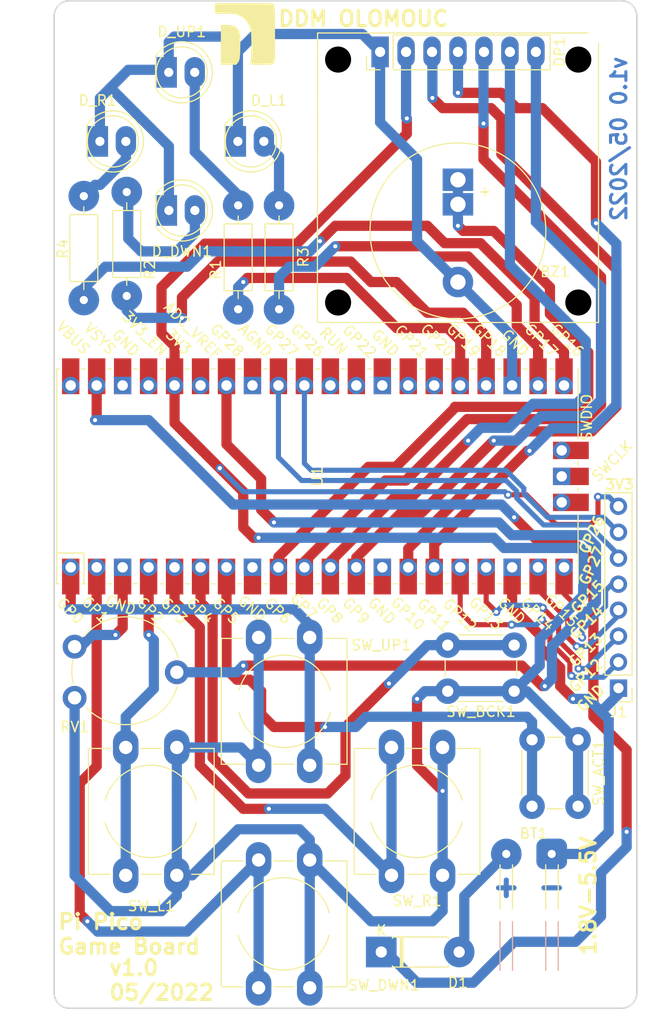
<source format=kicad_pcb>
(kicad_pcb (version 20211014) (generator pcbnew)
  (layers (0 "F.Cu" signal) (31 "B.Cu" signal) (34 "B.Paste" user) (35 "F.Paste" user) (36 "B.SilkS" user "B.Silkscreen") (37 "F.SilkS" user "F.Silkscreen") (38 "B.Mask" user) (39 "F.Mask" user) (44 "Edge.Cuts" user))
  (net 0 "")
  (net 1 "Net-(BZ1-Pad1)")
  (net 2 "GND")
  (net 3 "Net-(D_DWN1-Pad2)")
  (net 4 "Net-(D_L1-Pad2)")
  (net 5 "Net-(D_R1-Pad2)")
  (net 6 "Net-(D_UP1-Pad2)")
  (net 7 "Net-(R1-Pad2)")
  (net 8 "Net-(R2-Pad2)")
  (net 9 "Net-(R3-Pad2)")
  (net 10 "Net-(R4-Pad2)")
  (net 11 "Net-(RV1-Pad2)")
  (net 12 "Net-(SW_ACT1-Pad2)")
  (net 13 "Net-(SW_BCK1-Pad2)")
  (net 14 "Net-(SW_DWN1-Pad2)")
  (net 15 "Net-(SW_L1-Pad2)")
  (net 16 "Net-(SW_R1-Pad2)")
  (net 17 "Net-(SW_UP1-Pad2)")
  (net 18 "GP12")
  (net 20 "Net-(DP1-Pad7)")
  (net 21 "Net-(DP1-Pad6)")
  (net 22 "Net-(DP1-Pad5)")
  (net 23 "+3V3")
  (net 24 "Net-(DP1-Pad3)")
  (net 25 "Net-(DP1-Pad4)")
  (net 26 "GP13")
  (net 27 "GP14")
  (net 28 "GP15")
  (net 33 "GP27")
  (net 34 "GP26")
  (net 36 "VSYS")
  (net 40 "Net-(BT1-Pad1)")
  (footprint "Connector_PinHeader_2.54mm:PinHeader_1x08_P2.54mm_Vertical" (layer "F.Cu") (at 82.2 91.7 180)
    (fp_text reference "J1")
    (fp_text value "Conn_01x08")
  )
  (footprint "_Easy Solder:R_easy_L6.3mm_D2.5mm_P10.16mm_Horizontal_Big_Pads_Back" (layer "F.Cu") (at 29.9 43.6 -90)
    (fp_text reference "R4")
    (fp_text value "R")
  )
  (footprint "_Easy Solder:SW_PUSH-12mm_Omron_Back" (layer "F.Cu") (at 39 97.5 -90)
    (fp_text reference "SW_L1")
    (fp_text value "SW_Push")
  )
  (footprint "_Easy Solder:SW_PUSH-12mm_Omron_Back" (layer "F.Cu") (at 65 97.5 -90)
    (fp_text reference "SW_R1")
    (fp_text value "SW_Push")
  )
  (footprint "_Easy Solder:R_easy_L6.3mm_D2.5mm_P10.16mm_Horizontal_Big_Pads_Back" (layer "F.Cu") (at 34.1 43.2 -90)
    (fp_text reference "R2")
    (fp_text value "R")
  )
  (footprint "MountingHole:MountingHole_2.2mm_M2" (layer "F.Cu") (at 29.5 120.5)
    (fp_text reference "H1" hide)
    (fp_text value "MountingHole")
  )
  (footprint "MCU_RaspberryPi_and_Boards:RPi_Pico_SMD_TH" (layer "F.Cu") (at 52.75 71 90)
    (fp_text reference "U1")
    (fp_text value "Pico")
  )
  (footprint "_Easy Solder:SW_PUSH_6mm_Back" (layer "F.Cu") (at 78.25 96.75 -90)
    (fp_text reference "SW_ACT1")
    (fp_text value "SW_Push")
  )
  (footprint "_Easy Solder:D_DO-41_SOD81_P7.62mm_Horizontal_Big_Pads_Back" (layer "F.Cu") (at 59 117.5)
    (fp_text reference "D1")
    (fp_text value "D_Schottky")
  )
  (footprint "MountingHole:MountingHole_2.2mm_M2" (layer "F.Cu") (at 81.5 120.5)
    (fp_text reference "H2" hide)
    (fp_text value "MountingHole")
  )
  (footprint "logo:DDM_06_F.SilkS" (layer "F.Cu") (at 45.5 27.75)
    (fp_text reference "Ref**" hide)
    (fp_text value "Val**" hide)
  )
  (footprint "MountingHole:MountingHole_2.2mm_M2" (layer "F.Cu") (at 29.5 27)
    (fp_text reference "H4" hide)
    (fp_text value "MountingHole")
  )
  (footprint "_Easy Solder:SW_PUSH-12mm_Omron_Back" (layer "F.Cu") (at 47 99.24 90)
    (fp_text reference "SW_UP1")
    (fp_text value "SW_Push")
  )
  (footprint "MountingHole:MountingHole_2.2mm_M2" (layer "F.Cu") (at 81.5 27)
    (fp_text reference "H3" hide)
    (fp_text value "MountingHole")
  )
  (footprint "_Easy Solder:R_easy_L6.3mm_D2.5mm_P10.16mm_Horizontal_Big_Pads_Back" (layer "F.Cu") (at 49 44.5 -90)
    (fp_text reference "R3")
    (fp_text value "R")
  )
  (footprint "_Easy Solder:OLED_Display_Module" (layer "F.Cu") (at 74.125 29.5 -90)
    (fp_text reference "DP1")
    (fp_text value "OLED_SPI")
  )
  (footprint "_Easy Solder:SW_PUSH-12mm_Omron_Back" (layer "F.Cu") (at 52 108.5 -90)
    (fp_text reference "SW_DWN1")
    (fp_text value "SW_Push")
  )
  (footprint "_Easy Solder:Buzzer_15x7.5RM7.6_12.2mm_Big_Pads_Back" (layer "F.Cu") (at 66.5 43.2 -90)
    (fp_text reference "BZ1")
    (fp_text value "Buzzer")
  )
  (footprint "_Easy Solder:SW_PUSH_6mm_Back" (layer "F.Cu") (at 72 92 180)
    (fp_text reference "SW_BCK1")
    (fp_text value "SW_Push")
  )
  (footprint "_Easy Solder:LED_D5.0mm_Big_Pads_Back" (layer "F.Cu") (at 38.225 45)
    (fp_text reference "D_DWN1")
    (fp_text value "LED")
  )
  (footprint "_Easy Solder:LED_D5.0mm_Big_Pads_Back" (layer "F.Cu") (at 31.475 38.25)
    (fp_text reference "D_R1")
    (fp_text value "LED")
  )
  (footprint "_Easy Solder:R_easy_L6.3mm_D2.5mm_P10.16mm_Horizontal_Big_Pads_Back" (layer "F.Cu") (at 45 44.5 -90)
    (fp_text reference "R1")
    (fp_text value "R")
  )
  (footprint "_Easy Solder:BatteryWire-0.1sqmm_1x02_P3.6mm_D0.4mm_OD1mm_Relief2x_Back" (layer "F.Cu") (at 71.2275 107.9125)
    (fp_text reference "BT1")
    (fp_text value "Battery")
  )
  (footprint "Potentiometer_THT:Potentiometer_Piher_PT-10-V10_Vertical_Hole" (layer "F.Cu") (at 29 92.65)
    (fp_text reference "RV1")
    (fp_text value "R_Potentiometer")
  )
  (footprint "_Easy Solder:LED_D5.0mm_Big_Pads_Back" (layer "F.Cu") (at 44.975 38.25)
    (fp_text reference "D_L1")
    (fp_text value "LED")
  )
  (footprint "_Easy Solder:LED_D5.0mm_Big_Pads_Back" (layer "F.Cu") (at 38.21 31.5)
    (fp_text reference "D_UP1")
    (fp_text value "LED")
  )
  (gr_line (start 28.5 123) (end 82.5 123) (layer "Edge.Cuts") (width 0.15))
  (gr_line (start 27 26) (end 27 121.5) (layer "Edge.Cuts") (width 0.15))
  (gr_arc (start 28.5 123) (mid 27.43934 122.56066) (end 27 121.5) (layer "Edge.Cuts") (width 0.15))
  (gr_arc (start 82.5 24.5) (mid 83.56066 24.93934) (end 84 26) (layer "Edge.Cuts") (width 0.15))
  (gr_line (start 84 121.5) (end 84 26) (layer "Edge.Cuts") (width 0.15))
  (gr_line (start 82.5 24.5) (end 28.5 24.5) (layer "Edge.Cuts") (width 0.15))
  (gr_arc (start 27 26) (mid 27.43934 24.93934) (end 28.5 24.5) (layer "Edge.Cuts") (width 0.15))
  (gr_arc (start 84 121.5) (mid 83.56066 122.56066) (end 82.5 123) (layer "Edge.Cuts") (width 0.15))
  (gr_text "v1.0 05/2022" (at 82.25 38 90) (layer "B.Cu") (effects (font (size 1.5 1.5) (thickness 0.3)) (justify mirror)))
  (gr_text "GP14" (at 79.1 85.3 45) (layer "F.SilkS") (effects (font (size 1 1) (thickness 0.2))))
  (gr_text "1.8V-5.5V" (at 79.25 112 90) (layer "F.SilkS") (effects (font (size 1.5 1.5) (thickness 0.3))))
  (gr_text "Pi Pico\nGame Board" (at 27.25 115.75) (layer "F.SilkS") (effects (font (size 1.5 1.5) (thickness 0.3)) (justify left)))
  (gr_text "GP12" (at 79 90.5 45) (layer "F.SilkS") (effects (font (size 1 1) (thickness 0.2))))
  (gr_text "GP13" (at 79 88 45) (layer "F.SilkS") (effects (font (size 1 1) (thickness 0.2))))
  (gr_text "GND" (at 79.5 92.7 45) (layer "F.SilkS") (effects (font (size 1 1) (thickness 0.2))))
  (gr_text "DDM OLOMOUC" (at 57.25 26.25) (layer "F.SilkS") (effects (font (size 1.5 1.5) (thickness 0.3))))
  (gr_text "GP15" (at 79.2 82.8 45) (layer "F.SilkS") (effects (font (size 1 1) (thickness 0.2))))
  (gr_text "GP26" (at 79.6 76.7 65) (layer "F.SilkS") (effects (font (size 1 1) (thickness 0.2))))
  (gr_text "3V3" (at 82.3 71.8) (layer "F.SilkS") (effects (font (size 1 1) (thickness 0.2))))
  (gr_text "GP27" (at 79.6 79.75 65) (layer "F.SilkS") (effects (font (size 1 1) (thickness 0.2))))
  (gr_text "v1.0\n05/2022" (at 32.25 120.25) (layer "F.SilkS") (effects (font (size 1.5 1.5) (thickness 0.3)) (justify left)))
  (segment (start 60.43604 70.06396) (end 57.75 70.06396) (width 1) (layer "F.Cu") (net 1))
  (segment (start 79.25 58.875) (end 79.25 63.25) (width 1) (layer "F.Cu") (net 1))
  (segment (start 48.94 78.87396) (end 48.94 79.89) (width 1) (layer "F.Cu") (net 1))
  (segment (start 75.5 52.5) (end 75.5 55.125) (width 1) (layer "F.Cu") (net 1))
  (segment (start 78.3 64.2) (end 66.2 64.2) (width 1) (layer "F.Cu") (net 1))
  (segment (start 66.5 46.5) (end 67 47) (width 1) (layer "F.Cu") (net 1))
  (segment (start 66.2 64.3) (end 60.43604 70.06396) (width 1) (layer "F.Cu") (net 1))
  (segment (start 70 47) (end 75.5 52.5) (width 1) (layer "F.Cu") (net 1))
  (segment (start 67 47) (end 70 47) (width 1) (layer "F.Cu") (net 1))
  (segment (start 75.5 55.125) (end 79.25 58.875) (width 1) (layer "F.Cu") (net 1))
  (segment (start 79.25 63.25) (end 78.3 64.2) (width 1) (layer "F.Cu") (net 1))
  (segment (start 57.75 70.06396) (end 48.94 78.87396) (width 1) (layer "F.Cu") (net 1))
  (segment (start 66.2 64.2) (end 66.2 64.3) (width 1) (layer "F.Cu") (net 1))
  (via (at 66.5 46.5) (size 0.8) (drill 0.4) (layers "F.Cu" "B.Cu") (net 1))
  (segment (start 66.5 44.4) (end 66.5 42) (width 1) (layer "B.Cu") (net 1))
  (segment (start 66.5 46.5) (end 66.5 44.4) (width 1) (layer "B.Cu") (net 1))
  (segment (start 74.55048 86.55048) (end 71.8 83.8) (width 1) (layer "F.Cu") (net 2))
  (segment (start 77.75 92.75) (end 76.5 91.5) (width 1) (layer "F.Cu") (net 2))
  (segment (start 33.7 79.89) (end 33.7 85.8) (width 1) (layer "F.Cu") (net 2))
  (segment (start 76.5 89.7) (end 74.55048 87.75048) (width 1) (layer "F.Cu") (net 2))
  (segment (start 76.5 91.5) (end 76.5 89.7) (width 1) (layer "F.Cu") (net 2))
  (segment (start 33.7 85.8) (end 33 86.5) (width 1) (layer "F.Cu") (net 2))
  (segment (start 74.55048 87.75048) (end 74.55048 86.55048) (width 1) (layer "F.Cu") (net 2))
  (segment (start 71.8 83.8) (end 71.8 79.89) (width 1) (layer "F.Cu") (net 2))
  (via (at 33 86.5) (size 0.8) (drill 0.4) (layers "F.Cu" "B.Cu") (net 2))
  (via (at 77.75 92.75) (size 0.8) (drill 0.4) (layers "F.Cu" "B.Cu") (net 2))
  (segment (start 44.975 38.25) (end 44.975 29.475) (width 1) (layer "B.Cu") (net 2))
  (segment (start 34.25 31.25) (end 37.96 31.25) (width 1) (layer "B.Cu") (net 2))
  (segment (start 80.5 94) (end 82.2 92.3) (width 1) (layer "B.Cu") (net 2))
  (segment (start 46.7 27.75) (end 44.975 29.475) (width 1) (layer "B.Cu") (net 2))
  (segment (start 77.75 92.75) (end 79.25 92.75) (width 1) (layer "B.Cu") (net 2))
  (segment (start 29.6 87.65) (end 30.75 86.5) (width 1) (layer "B.Cu") (net 2))
  (segment (start 32.5 33) (end 34.25 31.25) (width 1) (layer "B.Cu") (net 2))
  (segment (start 66.5 52) (end 71.8 57.3) (width 1) (layer "B.Cu") (net 2))
  (segment (start 38.225 45) (end 38.225 38.725) (width 1) (layer "B.Cu") (net 2))
  (segment (start 31.475 38.25) (end 31.475 34.025) (width 1) (layer "B.Cu") (net 2))
  (segment (start 31.475 34.025) (end 32.5 33) (width 1) (layer "B.Cu") (net 2))
  (segment (start 38.75 28) (end 38.21 28.54) (width 1) (layer "B.Cu") (net 2))
  (segment (start 81.25 105.75) (end 79.0875 107.9125) (width 1) (layer "B.Cu") (net 2))
  (segment (start 38.21 28.54) (end 38.21 31.5) (width 1) (layer "B.Cu") (net 2))
  (segment (start 29 87.65) (end 29.6 87.65) (width 1) (layer "B.Cu") (net 2))
  (segment (start 37.96 31.25) (end 38.21 31.5) (width 1) (layer "B.Cu") (net 2))
  (segment (start 43.5 28) (end 38.75 28) (width 1) (layer "B.Cu") (net 2))
  (segment (start 80.5 94) (end 81.25 94.75) (width 1) (layer "B.Cu") (net 2))
  (segment (start 81.25 94.75) (end 81.25 105.75) (width 1) (layer "B.Cu") (net 2))
  (segment (start 71.8 57.3) (end 71.8 62.11) (width 1) (layer "B.Cu") (net 2))
  (segment (start 79.25 92.75) (end 80.5 94) (width 1) (layer "B.Cu") (net 2))
  (segment (start 82.2 92.3) (end 82.2 91.7) (width 1) (layer "B.Cu") (net 2))
  (segment (start 44.975 29.475) (end 43.5 28) (width 1) (layer "B.Cu") (net 2))
  (segment (start 58.885 29.5) (end 57.135 27.75) (width 1) (layer "B.Cu") (net 2))
  (segment (start 58.885 36.385) (end 58.885 29.5) (width 1) (layer "B.Cu") (net 2))
  (segment (start 57.135 27.75) (end 46.7 27.75) (width 1) (layer "B.Cu") (net 2))
  (segment (start 66.5 52) (end 62.5 48) (width 1) (layer "B.Cu") (net 2))
  (segment (start 79.0875 107.9125) (end 75.6725 107.9125) (width 1) (layer "B.Cu") (net 2))
  (segment (start 38.225 38.725) (end 32.5 33) (width 1) (layer "B.Cu") (net 2))
  (segment (start 62.5 40) (end 58.885 36.385) (width 1) (layer "B.Cu") (net 2))
  (segment (start 30.75 86.5) (end 33 86.5) (width 1) (layer "B.Cu") (net 2))
  (segment (start 62.5 48) (end 62.5 40) (width 1) (layer "B.Cu") (net 2))
  (segment (start 34.25 47.75) (end 34.25 43.35) (width 1) (layer "B.Cu") (net 3))
  (segment (start 40.765 45) (end 40.765 47.235) (width 1) (layer "B.Cu") (net 3))
  (segment (start 35.5 49) (end 34.25 47.75) (width 1) (layer "B.Cu") (net 3))
  (segment (start 40.765 47.235) (end 39 49) (width 1) (layer "B.Cu") (net 3))
  (segment (start 34.25 43.35) (end 34.1 43.2) (width 1) (layer "B.Cu") (net 3))
  (segment (start 39 49) (end 35.5 49) (width 1) (layer "B.Cu") (net 3))
  (segment (start 49 39.735) (end 47.515 38.25) (width 1) (layer "B.Cu") (net 4))
  (segment (start 49 44.5) (end 49 39.735) (width 1) (layer "B.Cu") (net 4))
  (segment (start 31.5 42.5) (end 34.015 39.985) (width 1) (layer "B.Cu") (net 5))
  (segment (start 34.015 39.985) (end 34.015 38.25) (width 1) (layer "B.Cu") (net 5))
  (segment (start 31 42.5) (end 31.5 42.5) (width 1) (layer "B.Cu") (net 5))
  (segment (start 29.9 43.6) (end 31 42.5) (width 1) (layer "B.Cu") (net 5))
  (segment (start 45 43.5) (end 45 44.5) (width 1) (layer "B.Cu") (net 6))
  (segment (start 40.75 31.5) (end 40.75 39.25) (width 1) (layer "B.Cu") (net 6))
  (segment (start 40.75 39.25) (end 45 43.5) (width 1) (layer "B.Cu") (net 6))
  (segment (start 55.6 51.6) (end 45.9 51.6) (width 1) (layer "F.Cu") (net 7))
  (segment (start 45.9 51.6) (end 45.5 52) (width 1) (layer "F.Cu") (net 7))
  (segment (start 66.72 62.11) (end 66.72 57.72) (width 1) (layer "F.Cu") (net 7))
  (segment (start 60.5 56.5) (end 55.6 51.6) (width 1) (layer "F.Cu") (net 7))
  (segment (start 66.72 57.72) (end 65.5 56.5) (width 1) (layer "F.Cu") (net 7))
  (segment (start 65.5 56.5) (end 60.5 56.5) (width 1) (layer "F.Cu") (net 7))
  (via (at 45.5 52) (size 0.8) (drill 0.4) (layers "F.Cu" "B.Cu") (net 7))
  (segment (start 45 54.66) (end 45 52.5) (width 1) (layer "B.Cu") (net 7))
  (segment (start 45 52.5) (end 45.5 52) (width 1) (layer "B.Cu") (net 7))
  (segment (start 56 50) (end 43 50) (width 1) (layer "F.Cu") (net 8))
  (segment (start 67 55) (end 63.5 55) (width 1) (layer "F.Cu") (net 8))
  (segment (start 58 52) (end 56 50) (width 1) (layer "F.Cu") (net 8))
  (segment (start 39.5 53.5) (end 39.5 55.5) (width 1) (layer "F.Cu") (net 8))
  (segment (start 43 50) (end 39.5 53.5) (width 1) (layer "F.Cu") (net 8))
  (segment (start 60.5 52) (end 58 52) (width 1) (layer "F.Cu") (net 8))
  (segment (start 63.5 55) (end 60.5 52) (width 1) (layer "F.Cu") (net 8))
  (segment (start 69.26 57.26) (end 67 55) (width 1) (layer "F.Cu") (net 8))
  (segment (start 69.26 62.11) (end 69.26 57.26) (width 1) (layer "F.Cu") (net 8))
  (via (at 39.5 55.5) (size 0.8) (drill 0.4) (layers "F.Cu" "B.Cu") (net 8))
  (segment (start 34.1 54.76) (end 34.84 55.5) (width 1) (layer "B.Cu") (net 8))
  (segment (start 34.84 55.5) (end 39.5 55.5) (width 1) (layer "B.Cu") (net 8))
  (segment (start 34.1 53.36) (end 34.1 54.76) (width 1) (layer "B.Cu") (net 8))
  (segment (start 54.5 48.5) (end 63 48.5) (width 1) (layer "F.Cu") (net 9))
  (segment (start 64 49.5) (end 67.5 49.5) (width 1) (layer "F.Cu") (net 9))
  (segment (start 74.34 58.34) (end 74.34 62.11) (width 1) (layer "F.Cu") (net 9))
  (segment (start 72.25 56.25) (end 74.34 58.34) (width 1) (layer "F.Cu") (net 9))
  (segment (start 72.25 54.25) (end 72.25 56.25) (width 1) (layer "F.Cu") (net 9))
  (segment (start 63 48.5) (end 64 49.5) (width 1) (layer "F.Cu") (net 9))
  (segment (start 67.5 49.5) (end 72.25 54.25) (width 1) (layer "F.Cu") (net 9))
  (via (at 54.5 48.5) (size 0.8) (drill 0.4) (layers "F.Cu" "B.Cu") (net 9))
  (segment (start 49 51.5) (end 49 54.66) (width 1) (layer "B.Cu") (net 9))
  (segment (start 54.5 48.5) (end 52.5 50.5) (width 1) (layer "B.Cu") (net 9))
  (segment (start 50 50.5) (end 49 51.5) (width 1) (layer "B.Cu") (net 9))
  (segment (start 52.5 50.5) (end 50 50.5) (width 1) (layer "B.Cu") (net 9))
  (segment (start 74 56) (end 76.88 58.88) (width 1) (layer "F.Cu") (net 10))
  (segment (start 65.19952 48.19952) (end 68.69952 48.19952) (width 1) (layer "F.Cu") (net 10))
  (segment (start 74 53.5) (end 74 56) (width 1) (layer "F.Cu") (net 10))
  (segment (start 63.5 46.5) (end 65.19952 48.19952) (width 1) (layer "F.Cu") (net 10))
  (segment (start 76.88 58.88) (end 76.88 62.11) (width 1) (layer "F.Cu") (net 10))
  (segment (start 53 48) (end 54.5 46.5) (width 1) (layer "F.Cu") (net 10))
  (segment (start 68.69952 48.19952) (end 74 53.5) (width 1) (layer "F.Cu") (net 10))
  (segment (start 54.5 46.5) (end 63.5 46.5) (width 1) (layer "F.Cu") (net 10))
  (via (at 53 48) (size 0.8) (drill 0.4) (layers "F.Cu" "B.Cu") (net 10))
  (segment (start 41.5 49) (end 40 50.5) (width 1) (layer "B.Cu") (net 10))
  (segment (start 40 50.5) (end 32 50.5) (width 1) (layer "B.Cu") (net 10))
  (segment (start 52 49) (end 41.5 49) (width 1) (layer "B.Cu") (net 10))
  (segment (start 29.9 52.6) (end 29.9 53.76) (width 1) (layer "B.Cu") (net 10))
  (segment (start 53 48) (end 52 49) (width 1) (layer "B.Cu") (net 10))
  (segment (start 32 50.5) (end 29.9 52.6) (width 1) (layer "B.Cu") (net 10))
  (segment (start 74.75 91.5) (end 72.75 89.5) (width 1) (layer "F.Cu") (net 11))
  (segment (start 47.25 74.25) (end 48.5 75.5) (width 1) (layer "F.Cu") (net 11))
  (segment (start 72.75 89.5) (end 45.5 89.5) (width 1) (layer "F.Cu") (net 11))
  (segment (start 43.86 62.11) (end 43.86 67.86) (width 1) (layer "F.Cu") (net 11))
  (segment (start 47.25 71.25) (end 47.25 74.25) (width 1) (layer "F.Cu") (net 11))
  (segment (start 43.86 67.86) (end 47.25 71.25) (width 1) (layer "F.Cu") (net 11))
  (segment (start 75 91.5) (end 74.75 91.5) (width 1) (layer "F.Cu") (net 11))
  (via (at 48.5 75.5) (size 0.8) (drill 0.4) (layers "F.Cu" "B.Cu") (net 11))
  (via (at 75 91.5) (size 0.8) (drill 0.4) (layers "F.Cu" "B.Cu") (net 11))
  (via (at 45.5 89.5) (size 0.8) (drill 0.4) (layers "F.Cu" "B.Cu") (net 11))
  (segment (start 78.946378 76.75) (end 71.75 76.75) (width 1) (layer "B.Cu") (net 11))
  (segment (start 75.69952 90.80048) (end 75.69952 87.60048) (width 1) (layer "B.Cu") (net 11))
  (segment (start 80 77.803622) (end 78.946378 76.75) (width 1) (layer "B.Cu") (net 11))
  (segment (start 75 91.5) (end 75.69952 90.80048) (width 1) (layer "B.Cu") (net 11))
  (segment (start 75.69952 87.60048) (end 80 83.3) (width 1) (layer "B.Cu") (net 11))
  (segment (start 39 90.15) (end 44.85 90.15) (width 1) (layer "B.Cu") (net 11))
  (segment (start 44.85 90.15) (end 45.5 89.5) (width 1) (layer "B.Cu") (net 11))
  (segment (start 70.5 75.5) (end 48.5 75.5) (width 1) (layer "B.Cu") (net 11))
  (segment (start 71.75 76.75) (end 70.5 75.5) (width 1) (layer "B.Cu") (net 11))
  (segment (start 80 83.3) (end 80 77.803622) (width 1) (layer "B.Cu") (net 11))
  (segment (start 44.875 90.875) (end 46.125 90.875) (width 1) (layer "F.Cu") (net 12))
  (segment (start 43.86 79.89) (end 43.86 89.86) (width 1) (layer "F.Cu") (net 12))
  (segment (start 43.86 89.86) (end 44.875 90.875) (width 1) (layer "F.Cu") (net 12))
  (segment (start 48.5 95.5) (end 53.5 95.5) (width 1) (layer "F.Cu") (net 12))
  (segment (start 46.125 90.875) (end 47.25 92) (width 1) (layer "F.Cu") (net 12))
  (segment (start 47.25 92) (end 47.25 94.25) (width 1) (layer "F.Cu") (net 12))
  (segment (start 47.25 94.25) (end 48.5 95.5) (width 1) (layer "F.Cu") (net 12))
  (via (at 53.5 95.5) (size 0.8) (drill 0.4) (layers "F.Cu" "B.Cu") (net 12))
  (segment (start 73.75 96.75) (end 73.75 103.25) (width 1) (layer "B.Cu") (net 12))
  (segment (start 56.5 95.5) (end 53.5 95.5) (width 1) (layer "B.Cu") (net 12))
  (segment (start 73.75 95) (end 73.25 94.5) (width 1) (layer "B.Cu") (net 12))
  (segment (start 73.75 96.75) (end 73.75 95) (width 1) (layer "B.Cu") (net 12))
  (segment (start 57.5 94.5) (end 56.5 95.5) (width 1) (layer "B.Cu") (net 12))
  (segment (start 73.25 94.5) (end 57.5 94.5) (width 1) (layer "B.Cu") (net 12))
  (segment (start 46 102) (end 42.5 98.5) (width 1) (layer "F.Cu") (net 13))
  (segment (start 59.75 91.25) (end 55.5 95.5) (width 1) (layer "F.Cu") (net 13))
  (segment (start 53.75 102) (end 46 102) (width 1) (layer "F.Cu") (net 13))
  (segment (start 42.5 98.5) (end 42.5 84.5) (width 1) (layer "F.Cu") (net 13))
  (segment (start 41.32 83.32) (end 41.32 79.89) (width 1) (layer "F.Cu") (net 13))
  (segment (start 55.5 100.25) (end 53.75 102) (width 1) (layer "F.Cu") (net 13))
  (segment (start 55.5 95.5) (end 55.5 100.25) (width 1) (layer "F.Cu") (net 13))
  (segment (start 42.5 84.5) (end 41.32 83.32) (width 1) (layer "F.Cu") (net 13))
  (via (at 59.75 91.25) (size 0.8) (drill 0.4) (layers "F.Cu" "B.Cu") (net 13))
  (segment (start 65.5 87.5) (end 72 87.5) (width 1) (layer "B.Cu") (net 13))
  (segment (start 59.75 91.25) (end 63.5 87.5) (width 1) (layer "B.Cu") (net 13))
  (segment (start 63.5 87.5) (end 65.5 87.5) (width 1) (layer "B.Cu") (net 13))
  (segment (start 29.5 113.75) (end 29.5 101) (width 1) (layer "F.Cu") (net 14))
  (segment (start 30.25 114.5) (end 29.5 113.75) (width 1) (layer "F.Cu") (net 14))
  (segment (start 31.16 99.34) (end 31.16 79.89) (width 1) (layer "F.Cu") (net 14))
  (segment (start 29.5 101) (end 31.16 99.34) (width 1) (layer "F.Cu") (net 14))
  (via (at 30.25 114.5) (size 0.8) (drill 0.4) (layers "F.Cu" "B.Cu") (net 14))
  (segment (start 30.25 114.5) (end 31.25 115.5) (width 1) (layer "B.Cu") (net 14))
  (segment (start 47 121) (end 47 108.5) (width 1) (layer "B.Cu") (net 14))
  (segment (start 31.25 115.5) (end 40 115.5) (width 1) (layer "B.Cu") (net 14))
  (segment (start 40 115.5) (end 47 108.5) (width 1) (layer "B.Cu") (net 14))
  (segment (start 36.24 86.49) (end 36.24 79.89) (width 1) (layer "F.Cu") (net 15))
  (segment (start 36.25 86.5) (end 36.24 86.49) (width 1) (layer "F.Cu") (net 15))
  (via (at 36.25 86.5) (size 0.8) (drill 0.4) (layers "F.Cu" "B.Cu") (net 15))
  (segment (start 36.25 86.5) (end 36.75 87) (width 1) (layer "B.Cu") (net 15))
  (segment (start 34 94.5) (end 34 97.5) (width 1) (layer "B.Cu") (net 15))
  (segment (start 34 110) (end 34 97.5) (width 1) (layer "B.Cu") (net 15))
  (segment (start 36.75 91.75) (end 34 94.5) (width 1) (layer "B.Cu") (net 15))
  (segment (start 36.75 87) (end 36.75 91.75) (width 1) (layer "B.Cu") (net 15))
  (segment (start 41.25 99.25) (end 45.5 103.5) (width 1) (layer "F.Cu") (net 16))
  (segment (start 38.78 79.89) (end 38.78 83.28) (width 1) (layer "F.Cu") (net 16))
  (segment (start 45.5 103.5) (end 48 103.5) (width 1) (layer "F.Cu") (net 16))
  (segment (start 41.25 85.75) (end 41.25 99.25) (width 1) (layer "F.Cu") (net 16))
  (segment (start 38.78 83.28) (end 41.25 85.75) (width 1) (layer "F.Cu") (net 16))
  (via (at 48 103.5) (size 0.8) (drill 0.4) (layers "F.Cu" "B.Cu") (net 16))
  (segment (start 48 103.5) (end 53.5 103.5) (width 1) (layer "B.Cu") (net 16))
  (segment (start 60 110) (end 60 97.5) (width 1) (layer "B.Cu") (net 16))
  (segment (start 53.5 103.5) (end 60 110) (width 1) (layer "B.Cu") (net 16))
  (segment (start 28.62 83.88) (end 28.62 79.89) (width 1) (layer "F.Cu") (net 17))
  (segment (start 28.5 84) (end 28.62 83.88) (width 1) (layer "F.Cu") (net 17))
  (via (at 28.5 84) (size 0.8) (drill 0.4) (layers "F.Cu" "B.Cu") (net 17))
  (segment (start 52 99.24) (end 52 86.74) (width 1) (layer "B.Cu") (net 17))
  (segment (start 52 85.5) (end 52 86.74) (width 1) (layer "B.Cu") (net 17))
  (segment (start 28.5 84) (end 50.5 84) (width 1) (layer "B.Cu") (net 17))
  (segment (start 50.5 84) (end 52 85.5) (width 1) (layer "B.Cu") (net 17))
  (segment (start 67.94 85.5) (end 66.72 84.28) (width 0.5) (layer "F.Cu") (net 18))
  (segment (start 77.44952 89.14952) (end 75.5 87.2) (width 0.5) (layer "F.Cu") (net 18))
  (segment (start 77.44952 90.35002) (end 77.44952 89.14952) (width 0.5) (layer "F.Cu") (net 18))
  (segment (start 77.5995 90.5) (end 77.44952 90.35002) (width 0.5) (layer "F.Cu") (net 18))
  (segment (start 66.72 79.89) (end 66.72 84.28) (width 0.5) (layer "F.Cu") (net 18))
  (segment (start 75.5 85.8) (end 74.7 85) (width 0.5) (layer "F.Cu") (net 18))
  (segment (start 75.5 87.2) (end 75.5 85.8) (width 0.5) (layer "F.Cu") (net 18))
  (segment (start 71.75 85.5) (end 67.94 85.5) (width 0.5) (layer "F.Cu") (net 18))
  (via (at 74.7 85) (size 0.8) (drill 0.4) (layers "F.Cu" "B.Cu") (net 18))
  (via (at 71.75 85.5) (size 0.8) (drill 0.4) (layers "F.Cu" "B.Cu") (net 18))
  (via (at 77.5995 90.5) (size 0.8) (drill 0.4) (layers "F.Cu" "B.Cu") (net 18))
  (segment (start 74.2 85.5) (end 71.75 85.5) (width 0.5) (layer "B.Cu") (net 18))
  (segment (start 74.7 85) (end 74.2 85.5) (width 0.5) (layer "B.Cu") (net 18))
  (segment (start 80.724771 90.635229) (end 82.2 89.16) (width 0.5) (layer "B.Cu") (net 18))
  (segment (start 77.5995 90.5) (end 77.734729 90.635229) (width 0.5) (layer "B.Cu") (net 18))
  (segment (start 77.734729 90.635229) (end 80.724771 90.635229) (width 0.5) (layer "B.Cu") (net 18))
  (segment (start 56.56 78.94) (end 56.56 79.89) (width 1) (layer "F.Cu") (net 20))
  (segment (start 63 74.5) (end 61 74.5) (width 1) (layer "F.Cu") (net 20))
  (segment (start 61 74.5) (end 56.56 78.94) (width 1) (layer "F.Cu") (net 20))
  (segment (start 70 67.5) (end 63 74.5) (width 1) (layer "F.Cu") (net 20))
  (via (at 70 67.5) (size 0.8) (drill 0.4) (layers "F.Cu" "B.Cu") (net 20))
  (segment (start 74.65 65.1) (end 78.9 65.1) (width 1) (layer "B.Cu") (net 20))
  (segment (start 72.25 67.5) (end 74.65 65.1) (width 1) (layer "B.Cu") (net 20))
  (segment (start 70 67.5) (end 72.25 67.5) (width 1) (layer "B.Cu") (net 20))
  (segment (start 80.5 52.5) (end 74.125 46.125) (width 1) (layer "B.Cu") (net 20))
  (segment (start 80.5 63.5) (end 80.5 52.5) (width 1) (layer "B.Cu") (net 20))
  (segment (start 78.9 65.1) (end 80.5 63.5) (width 1) (layer "B.Cu") (net 20))
  (segment (start 74.125 46.125) (end 74.125 29.5) (width 1) (layer "B.Cu") (net 20))
  (segment (start 60.350978 73) (end 54.02 79.330978) (width 1) (layer "F.Cu") (net 21))
  (segment (start 62 73) (end 60.350978 73) (width 1) (layer "F.Cu") (net 21))
  (segment (start 67.5 67.5) (end 62 73) (width 1) (layer "F.Cu") (net 21))
  (via (at 67.5 67.5) (size 0.8) (drill 0.4) (layers "F.Cu" "B.Cu") (net 21))
  (segment (start 79 57.743106) (end 71.585 50.328106) (width 1) (layer "B.Cu") (net 21))
  (segment (start 68.75 66.25) (end 71.5 66.25) (width 1) (layer "B.Cu") (net 21))
  (segment (start 78.1 63.9) (end 79 63) (width 1) (layer "B.Cu") (net 21))
  (segment (start 71.585 50.328106) (end 71.585 29.5) (width 1) (layer "B.Cu") (net 21))
  (segment (start 79 63) (end 79 57.743106) (width 1) (layer "B.Cu") (net 21))
  (segment (start 71.5 66.25) (end 73.85 63.9) (width 1) (layer "B.Cu") (net 21))
  (segment (start 73.85 63.9) (end 78.1 63.9) (width 1) (layer "B.Cu") (net 21))
  (segment (start 67.5 67.5) (end 68.75 66.25) (width 1) (layer "B.Cu") (net 21))
  (segment (start 67.39952 65.39952) (end 79.10048 65.39952) (width 1) (layer "F.Cu") (net 22))
  (segment (start 79.10048 65.39952) (end 80.5 64) (width 1) (layer "F.Cu") (net 22))
  (segment (start 51.48 79.330978) (end 59.405489 71.405489) (width 1) (layer "F.Cu") (net 22))
  (segment (start 59.405489 71.405489) (end 61.393551 71.405489) (width 1) (layer "F.Cu") (net 22))
  (segment (start 69 40) (end 69 36.5) (width 1) (layer "F.Cu") (net 22))
  (segment (start 80.5 64) (end 80.5 51.5) (width 1) (layer "F.Cu") (net 22))
  (segment (start 80.5 51.5) (end 69 40) (width 1) (layer "F.Cu") (net 22))
  (segment (start 61.393551 71.405489) (end 67.39952 65.39952) (width 1) (layer "F.Cu") (net 22))
  (via (at 69 36.5) (size 0.8) (drill 0.4) (layers "F.Cu" "B.Cu") (net 22))
  (segment (start 69 36.5) (end 69 29.545) (width 1) (layer "B.Cu") (net 22))
  (segment (start 69 29.545) (end 69.045 29.5) (width 1) (layer "B.Cu") (net 22))
  (segment (start 62.5 92.75) (end 62.5 99.25) (width 1) (layer "F.Cu") (net 23))
  (segment (start 61.5 36) (end 61.5 37.5) (width 1) (layer "F.Cu") (net 23))
  (segment (start 41.75 48.25) (end 37.5 52.5) (width 1) (layer "F.Cu") (net 23))
  (segment (start 46.5 77) (end 47 77) (width 1) (layer "F.Cu") (net 23))
  (segment (start 61.5 37.5) (end 50.75 48.25) (width 1) (layer "F.Cu") (net 23))
  (segment (start 38.78 58.28) (end 38.78 62.11) (width 1) (layer "F.Cu") (net 23))
  (segment (start 73.2 72.8) (end 71.4 72.8) (width 0.5) (layer "F.Cu") (net 23))
  (segment (start 45.5 72.5) (end 45.5 76) (width 1) (layer "F.Cu") (net 23))
  (segment (start 62.5 99.25) (end 65 101.75) (width 1) (layer "F.Cu") (net 23))
  (segment (start 37.5 52.5) (end 37.5 57) (width 1) (layer "F.Cu") (net 23))
  (segment (start 80.2 75) (end 79.5 75.7) (width 0.5) (layer "F.Cu") (net 23))
  (segment (start 45.5 76) (end 46.5 77) (width 1) (layer "F.Cu") (net 23))
  (segment (start 79.5 75.7) (end 76.1 75.7) (width 0.5) (layer "F.Cu") (net 23))
  (segment (start 50.75 48.25) (end 41.75 48.25) (width 1) (layer "F.Cu") (net 23))
  (segment (start 38.78 62.11) (end 38.78 65.78) (width 1) (layer "F.Cu") (net 23))
  (segment (start 38.78 65.78) (end 45.5 72.5) (width 1) (layer "F.Cu") (net 23))
  (segment (start 76.1 75.7) (end 73.2 72.8) (width 0.5) (layer "F.Cu") (net 23))
  (segment (start 80.2 73) (end 80.2 75) (width 0.5) (layer "F.Cu") (net 23))
  (segment (start 37.5 57) (end 38.78 58.28) (width 1) (layer "F.Cu") (net 23))
  (via (at 47 77) (size 0.8) (drill 0.4) (layers "F.Cu" "B.Cu") (net 23))
  (via (at 80.2 73) (size 0.8) (drill 0.4) (layers "F.Cu" "B.Cu") (net 23))
  (via (at 65 101.75) (size 0.8) (drill 0.4) (layers "F.Cu" "B.Cu") (net 23))
  (via (at 71.4 72.8) (size 0.8) (drill 0.4) (layers "F.Cu" "B.Cu") (net 23))
  (via (at 62.5 92.75) (size 0.8) (drill 0.4) (layers "F.Cu" "B.Cu") (net 23))
  (via (at 43.2 70.2) (size 0.8) (drill 0.4) (layers "F.Cu" "B.Cu") (net 23))
  (via (at 61.5 36) (size 0.8) (drill 0.4) (layers "F.Cu" "B.Cu") (net 23))
  (segment (start 78.75 82.65) (end 74.5 86.9) (width 1) (layer "B.Cu") (net 23))
  (segment (start 29 92.65) (end 29 110) (width 1) (layer "B.Cu") (net 23))
  (segment (start 45.26 97.5) (end 47 99.24) (width 1) (layer "B.Cu") (net 23))
  (segment (start 45 105.5) (end 51 105.5) (width 1) (layer "B.Cu") (net 23))
  (segment (start 58 114.5) (end 64 114.5) (width 1) (layer "B.Cu") (net 23))
  (segment (start 40.5 110) (end 45 105.5) (width 1) (layer "B.Cu") (net 23))
  (segment (start 29 110) (end 32.5 113.5) (width 1) (layer "B.Cu") (net 23))
  (segment (start 74.5 86.9) (end 74.5 89.5) (width 1) (layer "B.Cu") (net 23))
  (segment (start 39 97.5) (end 45.26 97.5) (width 1) (layer "B.Cu") (net 23))
  (segment (start 47 86.74) (end 47 99.24) (width 1) (layer "B.Cu") (net 23))
  (segment (start 52 108.5) (end 58 114.5) (width 1) (layer "B.Cu") (net 23))
  (segment (start 52 121) (end 52 108.5) (width 1) (layer "B.Cu") (net 23))
  (segment (start 74.5 89.5) (end 72 92) (width 1) (layer "B.Cu") (net 23))
  (segment (start 61.425 35.925) (end 61.5 36) (width 1) (layer "B.Cu") (net 23))
  (segment (start 78.5 78) (end 78.75 78.25) (width 1) (layer "B.Cu") (net 23))
  (segment (start 39 110) (end 39 101.5) (width 1) (layer "B.Cu") (net 23))
  (segment (start 70 77) (end 71 78) (width 1) (layer "B.Cu") (net 23))
  (segment (start 39 101.5) (end 39 97.5) (width 1) (layer "B.Cu") (net 23))
  (segment (start 65 113.5) (end 65 110) (width 1) (layer "B.Cu") (net 23))
  (segment (start 39 112) (end 39 110) (width 1) (layer "B.Cu") (net 23))
  (segment (start 78.75 78.25) (end 78.75 82.65) (width 1) (layer "B.Cu") (net 23))
  (segment (start 32.5 113.5) (end 37.5 113.5) (width 1) (layer "B.Cu") (net 23))
  (segment (start 72 92) (end 65.5 92) (width 1) (layer "B.Cu") (net 23))
  (segment (start 61.425 29.5) (end 61.425 35.925) (width 1) (layer "B.Cu") (net 23))
  (segment (start 39 110) (end 40.5 110) (width 1) (layer "B.Cu") (net 23))
  (segment (start 65.5 92) (end 63.25 92) (width 1) (layer "B.Cu") (net 23))
  (segment (start 71.4 72.8) (end 71.1 72.5) (width 0.5) (layer "B.Cu") (net 23))
  (segment (start 63.25 92) (end 62.5 92.75) (width 1) (layer "B.Cu") (net 23))
  (segment (start 37.5 113.5) (end 39 112) (width 1) (layer "B.Cu") (net 23))
  (segment (start 52 106.5) (end 52 108.5) (width 1) (layer "B.Cu") (net 23))
  (segment (start 65 110) (end 65 97.5) (width 1) (layer "B.Cu") (net 23))
  (segment (start 71.1 72.5) (end 45.5 72.5) (width 0.5) (layer "B.Cu") (net 23))
  (segment (start 78.25 103.25) (end 78.25 96.75) (width 1) (layer "B.Cu") (net 23))
  (segment (start 45.5 72.5) (end 43.2 70.2) (width 0.5) (layer "B.Cu") (net 23))
  (segment (start 81.28 73) (end 80.2 73) (width 0.5) (layer "B.Cu") (net 23))
  (segment (start 47 77) (end 70 77) (width 1) (layer "B.Cu") (net 23))
  (segment (start 71 78) (end 78.5 78) (width 1) (layer "B.Cu") (net 23))
  (segment (start 82.2 73.92) (end 81.28 73) (width 0.5) (layer "B.Cu") (net 23))
  (segment (start 73.25 92) (end 78 96.75) (width 1) (layer "B.Cu") (net 23))
  (segment (start 51 105.5) (end 52 106.5) (width 1) (layer "B.Cu") (net 23))
  (segment (start 78 96.75) (end 78.25 96.75) (width 1) (layer "B.Cu") (net 23))
  (segment (start 72 92) (end 73.25 92) (width 1) (layer "B.Cu") (net 23))
  (segment (start 64 114.5) (end 65 113.5) (width 1) (layer "B.Cu") (net 23))
  (segment (start 82 64.196377) (end 82 50.75) (width 1) (layer "F.Cu") (net 24))
  (segment (start 61.64 78.066979) (end 73.106979 66.6) (width 1) (layer "F.Cu") (net 24))
  (segment (start 82 50.75) (end 70.75 39.5) (width 1) (layer "F.Cu") (net 24))
  (segment (start 69.75 35) (end 65 35) (width 1) (layer "F.Cu") (net 24))
  (segment (start 65 35) (end 64 34) (width 1) (layer "F.Cu") (net 24))
  (segment (start 70.75 39.5) (end 70.75 36) (width 1) (layer "F.Cu") (net 24))
  (segment (start 73.106979 66.6) (end 79.596377 66.6) (width 1) (layer "F.Cu") (net 24))
  (segment (start 79.596377 66.6) (end 82 64.196377) (width 1) (layer "F.Cu") (net 24))
  (segment (start 61.64 79.89) (end 61.64 78.066979) (width 1) (layer "F.Cu") (net 24))
  (segment (start 70.75 36) (end 69.75 35) (width 1) (layer "F.Cu") (net 24))
  (via (at 64 34) (size 0.8) (drill 0.4) (layers "F.Cu" "B.Cu") (net 24))
  (segment (start 64 29.535) (end 63.965 29.5) (width 1) (layer "B.Cu") (net 24))
  (segment (start 64 34) (end 64 29.535) (width 1) (layer "B.Cu") (net 24))
  (segment (start 74.75 35) (end 72.25 35) (width 1) (layer "F.Cu") (net 25))
  (segment (start 80 40.25) (end 74.75 35) (width 1) (layer "F.Cu") (net 25))
  (segment (start 70.75 33.5) (end 66.5 33.5) (width 1) (layer "F.Cu") (net 25))
  (segment (start 64.18 77.623623) (end 64.18 79.89) (width 1) (layer "F.Cu") (net 25))
  (segment (start 80 46.25) (end 80 40.25) (width 1) (layer "F.Cu") (net 25))
  (segment (start 73.5 68.5) (end 73.303623 68.5) (width 1) (layer "F.Cu") (net 25))
  (segment (start 73.303623 68.5) (end 64.18 77.623623) (width 1) (layer "F.Cu") (net 25))
  (segment (start 72.25 35) (end 70.75 33.5) (width 1) (layer "F.Cu") (net 25))
  (via (at 73.5 68.5) (size 0.8) (drill 0.4) (layers "F.Cu" "B.Cu") (net 25))
  (via (at 66.5 33.5) (size 0.8) (drill 0.4) (layers "F.Cu" "B.Cu") (net 25))
  (via (at 80 46.25) (size 0.8) (drill 0.4) (layers "F.Cu" "B.Cu") (net 25))
  (segment (start 66.5 33.5) (end 66.505 33.495) (width 1) (layer "B.Cu") (net 25))
  (segment (start 75.70048 66.29952) (end 73.5 68.5) (width 1) (layer "B.Cu") (net 25))
  (segment (start 66.505 33.495) (end 66.505 29.5) (width 1) (layer "B.Cu") (net 25))
  (segment (start 80 46.25) (end 82 48.25) (width 1) (layer "B.Cu") (net 25))
  (segment (start 82 48.25) (end 82 64) (width 1) (layer "B.Cu") (net 25))
  (segment (start 82 64) (end 79.70048 66.29952) (width 1) (layer "B.Cu") (net 25))
  (segment (start 79.70048 66.29952) (end 75.70048 66.29952) (width 1) (layer "B.Cu") (net 25))
  (segment (start 76.349511 87.049511) (end 76.349511 85.399011) (width 0.5) (layer "F.Cu") (net 26))
  (segment (start 76.349511 85.399011) (end 74.8 83.8495) (width 0.5) (layer "F.Cu") (net 26))
  (segment (start 69.26 83.26) (end 69.26 79.89) (width 0.5) (layer "F.Cu") (net 26))
  (segment (start 78.29902 88.99902) (end 76.349511 87.049511) (width 0.5) (layer "F.Cu") (net 26))
  (segment (start 70.25 84.25) (end 69.26 83.26) (width 0.5) (layer "F.Cu") (net 26))
  (segment (start 78.29902 89.785718) (end 78.29902 88.99902) (width 0.5) (layer "F.Cu") (net 26))
  (via (at 78.29902 89.785718) (size 0.8) (drill 0.4) (layers "F.Cu" "B.Cu") (net 26))
  (via (at 74.8 83.8495) (size 0.8) (drill 0.4) (layers "F.Cu" "B.Cu") (net 26))
  (via (at 70.25 84.25) (size 0.8) (drill 0.4) (layers "F.Cu" "B.Cu") (net 26))
  (segment (start 70.9 83.6) (end 70.25 84.25) (width 0.5) (layer "B.Cu") (net 26))
  (segment (start 74.5505 83.6) (end 70.9 83.6) (width 0.5) (layer "B.Cu") (net 26))
  (segment (start 74.8 83.8495) (end 74.5505 83.6) (width 0.5) (layer "B.Cu") (net 26))
  (segment (start 78.29902 89.785718) (end 79.034282 89.785718) (width 0.5) (layer "B.Cu") (net 26))
  (segment (start 79.034282 89.785718) (end 82.2 86.62) (width 0.5) (layer "B.Cu") (net 26))
  (segment (start 77.25 85) (end 74.34 82.09) (width 0.5) (layer "F.Cu") (net 27))
  (segment (start 74.34 82.09) (end 74.34 79.89) (width 0.5) (layer "F.Cu") (net 27))
  (segment (start 78.125688 87.624312) (end 77.25 86.748624) (width 0.5) (layer "F.Cu") (net 27))
  (segment (start 77.25 86.748624) (end 77.25 85) (width 0.5) (layer "F.Cu") (net 27))
  (via (at 78.125688 87.624312) (size 0.8) (drill 0.4) (layers "F.Cu" "B.Cu") (net 27))
  (segment (start 82.2 84.6) (end 82.2 84.08) (width 0.5) (layer "B.Cu") (net 27))
  (segment (start 79.175688 87.624312) (end 82.2 84.6) (width 0.5) (layer "B.Cu") (net 27))
  (segment (start 78.125688 87.624312) (end 79.175688 87.624312) (width 0.5) (layer "B.Cu") (net 27))
  (segment (start 78.649511 86.75) (end 78.649511 84.249511) (width 0.5) (layer "F.Cu") (net 28))
  (segment (start 76.88 82.48) (end 76.88 79.89) (width 0.5) (layer "F.Cu") (net 28))
  (segment (start 78.649511 84.249511) (end 76.88 82.48) (width 0.5) (layer "F.Cu") (net 28))
  (via (at 78.649511 86.75) (size 0.8) (drill 0.4) (layers "F.Cu" "B.Cu") (net 28))
  (segment (start 78.649511 85.993313) (end 80.94952 83.693304) (width 0.5) (layer "B.Cu") (net 28))
  (segment (start 78.649511 86.75) (end 78.649511 85.993313) (width 0.5) (layer "B.Cu") (net 28))
  (segment (start 80.94952 82.15048) (end 81.56 81.54) (width 0.5) (layer "B.Cu") (net 28))
  (segment (start 81.56 81.54) (end 82.2 81.54) (width 0.5) (layer "B.Cu") (net 28))
  (segment (start 80.94952 83.693304) (end 80.94952 82.15048) (width 0.5) (layer "B.Cu") (net 28))
  (segment (start 48.94 69.14) (end 48.94 62.11) (width 0.5) (layer "B.Cu") (net 33))
  (segment (start 82.2 78.660798) (end 79.289202 75.75) (width 0.5) (layer "B.Cu") (net 33))
  (segment (start 72.249511 73.124511) (end 72.249511 72.44812) (width 0.5) (layer "B.Cu") (net 33))
  (segment (start 51.2 71.4) (end 48.94 69.14) (width 0.5) (layer "B.Cu") (net 33))
  (segment (start 72.249511 72.44812) (end 71.201391 71.4) (width 0.5) (layer "B.Cu") (net 33))
  (segment (start 74.875 75.75) (end 72.249511 73.124511) (width 0.5) (layer "B.Cu") (net 33))
  (segment (start 82.2 79) (end 82.2 78.660798) (width 0.5) (layer "B.Cu") (net 33))
  (segment (start 71.201391 71.4) (end 51.2 71.4) (width 0.5) (layer "B.Cu") (net 33))
  (segment (start 79.289202 75.75) (end 74.875 75.75) (width 0.5) (layer "B.Cu") (net 33))
  (segment (start 75.25 75) (end 72.949031 72.699031) (width 0.5) (layer "B.Cu") (net 34))
  (segment (start 72.94903 72.158369) (end 71.190661 70.4) (width 0.5) (layer "B.Cu") (net 34))
  (segment (start 51.48 69.73) (end 51.48 62.11) (width 0.5) (layer "B.Cu") (net 34))
  (segment (start 80.74 75) (end 75.25 75) (width 0.5) (layer "B.Cu") (net 34))
  (segment (start 72.949031 72.699031) (end 72.94903 72.158369) (width 0.5) (layer "B.Cu") (net 34))
  (segment (start 71.190661 70.4) (end 52.15 70.4) (width 0.5) (layer "B.Cu") (net 34))
  (segment (start 82.2 76.46) (end 80.74 75) (width 0.5) (layer "B.Cu") (net 34))
  (segment (start 52.15 70.4) (end 51.48 69.73) (width 0.5) (layer "B.Cu") (net 34))
  (segment (start 77.64904 77.34904) (end 79.749011 79.449011) (width 1) (layer "F.Cu") (net 36))
  (segment (start 83 97.75) (end 83 105.75) (width 1) (layer "F.Cu") (net 36))
  (segment (start 79.749011 79.449011) (end 79.749011 94.499011) (width 1) (layer "F.Cu") (net 36))
  (segment (start 31.16 62.11) (end 31.16 65.34) (width 1) (layer "F.Cu") (net 36))
  (segment (start 79.749011 94.499011) (end 83 97.75) (width 1) (layer "F.Cu") (net 36))
  (segment (start 72 75) (end 74.34904 77.34904) (width 1) (layer "F.Cu") (net 36))
  (segment (start 74.34904 77.34904) (end 77.64904 77.34904) (width 1) (layer "F.Cu") (net 36))
  (segment (start 31.16 65.34) (end 31 65.5) (width 1) (layer "F.Cu") (net 36))
  (via (at 72 75) (size 0.8) (drill 0.4) (layers "F.Cu" "B.Cu") (net 36))
  (via (at 83 105.75) (size 0.8) (drill 0.4) (layers "F.Cu" "B.Cu") (net 36))
  (via (at 31 65.5) (size 0.8) (drill 0.4) (layers "F.Cu" "B.Cu") (net 36))
  (segment (start 80.5 114) (end 78 116.5) (width 1) (layer "B.Cu") (net 36))
  (segment (start 68 120.5) (end 62.5 120.5) (width 1) (layer "B.Cu") (net 36))
  (segment (start 70.75 73.75) (end 44.5 73.75) (width 1) (layer "B.Cu") (net 36))
  (segment (start 83 107.25) (end 80.5 109.75) (width 1) (layer "B.Cu") (net 36))
  (segment (start 36.25 65.5) (end 31 65.5) (width 1) (layer "B.Cu") (net 36))
  (segment (start 44.5 73.75) (end 36.25 65.5) (width 1) (layer "B.Cu") (net 36))
  (segment (start 83 105.75) (end 83 107.25) (width 1) (layer "B.Cu") (net 36))
  (segment (start 72 116.5) (end 68 120.5) (width 1) (layer "B.Cu") (net 36))
  (segment (start 59.5 117.5) (end 59 117.5) (width 1) (layer "B.Cu") (net 36))
  (segment (start 72 75) (end 70.75 73.75) (width 1) (layer "B.Cu") (net 36))
  (segment (start 78 116.5) (end 72 116.5) (width 1) (layer "B.Cu") (net 36))
  (segment (start 80.5 109.75) (end 80.5 114) (width 1) (layer "B.Cu") (net 36))
  (segment (start 62.5 120.5) (end 59.5 117.5) (width 1) (layer "B.Cu") (net 36))
  (segment (start 67.12 117) (end 67.12 112.02) (width 1) (layer "B.Cu") (net 40))
  (segment (start 66.62 117.5) (end 67.12 117) (width 1) (layer "B.Cu") (net 40))
  (segment (start 67.12 112.02) (end 71.2275 107.9125) (width 1) (layer "B.Cu") (net 40))
)
</source>
